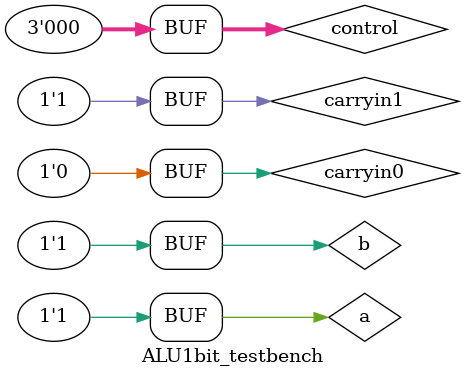
<source format=sv>
module ALU1bit(result, carryout0, carryout1, a, b, carryin0, carryin1, control);
	input a, b, carryin0, carryin1;
	input [2:0] control;
	output result, carryout0, carryout1;
	
	wire bnot;
	wire andout, orout, xorout, addout, subout;
	
	and andGate (andout, a, b);
	or orGate (orout, a, b);
	xor xorGate(xorout, a, b);
	adder add (.carryout(carryout0), .sum(addout), .carryin(carryin0), .a, .b);
	// filp and plus 1
	not bNotGate (bnot, b);
	adder substract (.carryout(carryout1), .sum(subout), .carryin(carryin1), .a, .b(bnot));
	
	logic [7:0] w;
	mux8_1 mux0 (.out(result), .w({1'bz, xorout, orout, andout, subout, 
		addout, 1'bz, b}), .sel(control));
endmodule 

module ALU1bit_testbench;
	logic a, b, carryin0, carryin1; // input
	logic [2:0] control; // input
	logic result, carryout0, carryout1; // output 
	
	ALU1bit dut (result, carryout0, carryout1, a, b, carryin0, carryin1, control);	
	
	initial begin
		integer i, j;
		{carryin0, carryin1} = 1; #50;
		for (i = 0; i < 4; i++) begin
			{a, b} = i; 
			for (j = 0; j < 8; j++) begin
				control = j; #10;
			end
			control = 3'b0;
		end
	end 
endmodule 
</source>
